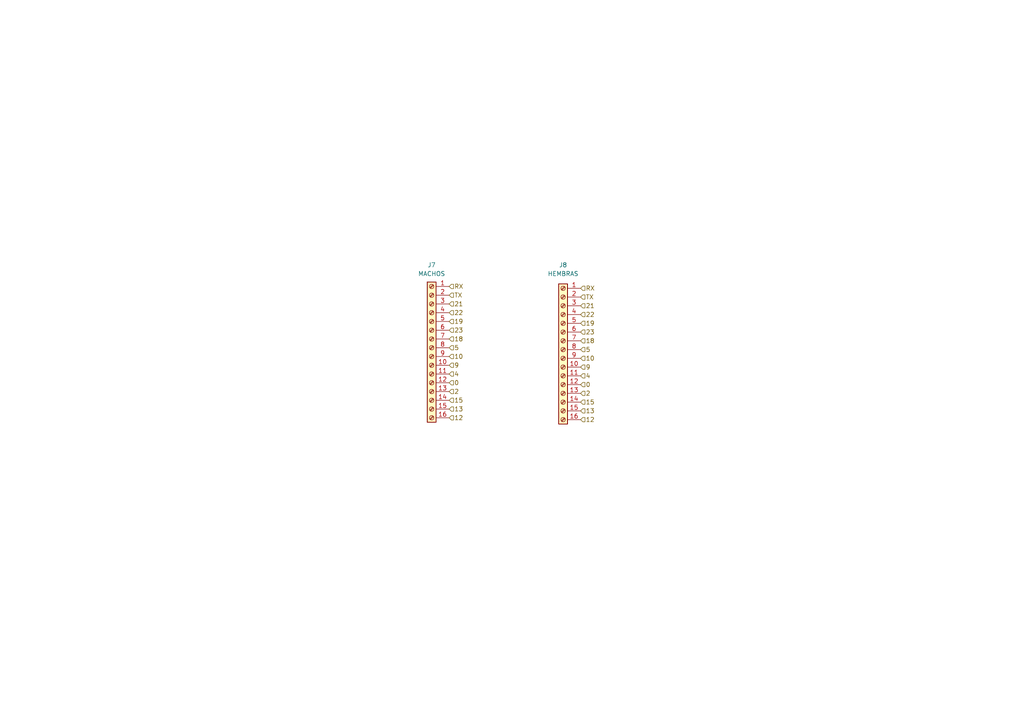
<source format=kicad_sch>
(kicad_sch (version 20230121) (generator eeschema)
  (paper "A4")
  (lib_symbols
    (symbol "Connector:Screw_Terminal_01x16" (pin_names (offset 1.016) hide)
      (property "Reference" "J" (at 0 20.32 0))
      (property "Value" "Screw_Terminal_01x16" (at 0 -22.86 0))
      (symbol "Screw_Terminal_01x16_1_1"
        (rectangle (start -1.27 19.05) (end 1.27 -21.59) (stroke (width 0.254)) (fill (type background)))
        (circle (center 0 -20.32) (radius 0.635) (stroke (width 0.1524)))
        (circle (center 0 -17.78) (radius 0.635) (stroke (width 0.1524)))
        (circle (center 0 -15.24) (radius 0.635) (stroke (width 0.1524)))
        (circle (center 0 -12.7) (radius 0.635) (stroke (width 0.1524)))
        (circle (center 0 -10.16) (radius 0.635) (stroke (width 0.1524)))
        (circle (center 0 -7.62) (radius 0.635) (stroke (width 0.1524)))
        (circle (center 0 -5.08) (radius 0.635) (stroke (width 0.1524)))
        (circle (center 0 -2.54) (radius 0.635) (stroke (width 0.1524)))
        (polyline (pts (xy -0.5334 -19.9898) (xy 0.3302 -20.828)) (stroke (width 0.1524)))
        (polyline (pts (xy -0.5334 -17.4498) (xy 0.3302 -18.288)) (stroke (width 0.1524)))
        (polyline (pts (xy -0.5334 -14.9098) (xy 0.3302 -15.748)) (stroke (width 0.1524)))
        (polyline (pts (xy -0.5334 -12.3698) (xy 0.3302 -13.208)) (stroke (width 0.1524)))
        (polyline (pts (xy -0.5334 -9.8298) (xy 0.3302 -10.668)) (stroke (width 0.1524)))
        (polyline (pts (xy -0.5334 -7.2898) (xy 0.3302 -8.128)) (stroke (width 0.1524)))
        (polyline (pts (xy -0.5334 -4.7498) (xy 0.3302 -5.588)) (stroke (width 0.1524)))
        (polyline (pts (xy -0.5334 -2.2098) (xy 0.3302 -3.048)) (stroke (width 0.1524)))
        (polyline (pts (xy -0.5334 0.3302) (xy 0.3302 -0.508)) (stroke (width 0.1524)))
        (polyline (pts (xy -0.5334 2.8702) (xy 0.3302 2.032)) (stroke (width 0.1524)))
        (polyline (pts (xy -0.5334 5.4102) (xy 0.3302 4.572)) (stroke (width 0.1524)))
        (polyline (pts (xy -0.5334 7.9502) (xy 0.3302 7.112)) (stroke (width 0.1524)))
        (polyline (pts (xy -0.5334 10.4902) (xy 0.3302 9.652)) (stroke (width 0.1524)))
        (polyline (pts (xy -0.5334 13.0302) (xy 0.3302 12.192)) (stroke (width 0.1524)))
        (polyline (pts (xy -0.5334 15.5702) (xy 0.3302 14.732)) (stroke (width 0.1524)))
        (polyline (pts (xy -0.5334 18.1102) (xy 0.3302 17.272)) (stroke (width 0.1524)))
        (polyline (pts (xy -0.3556 -19.812) (xy 0.508 -20.6502)) (stroke (width 0.1524)))
        (polyline (pts (xy -0.3556 -17.272) (xy 0.508 -18.1102)) (stroke (width 0.1524)))
        (polyline (pts (xy -0.3556 -14.732) (xy 0.508 -15.5702)) (stroke (width 0.1524)))
        (polyline (pts (xy -0.3556 -12.192) (xy 0.508 -13.0302)) (stroke (width 0.1524)))
        (polyline (pts (xy -0.3556 -9.652) (xy 0.508 -10.4902)) (stroke (width 0.1524)))
        (polyline (pts (xy -0.3556 -7.112) (xy 0.508 -7.9502)) (stroke (width 0.1524)))
        (polyline (pts (xy -0.3556 -4.572) (xy 0.508 -5.4102)) (stroke (width 0.1524)))
        (polyline (pts (xy -0.3556 -2.032) (xy 0.508 -2.8702)) (stroke (width 0.1524)))
        (polyline (pts (xy -0.3556 0.508) (xy 0.508 -0.3302)) (stroke (width 0.1524)))
        (polyline (pts (xy -0.3556 3.048) (xy 0.508 2.2098)) (stroke (width 0.1524)))
        (polyline (pts (xy -0.3556 5.588) (xy 0.508 4.7498)) (stroke (width 0.1524)))
        (polyline (pts (xy -0.3556 8.128) (xy 0.508 7.2898)) (stroke (width 0.1524)))
        (polyline (pts (xy -0.3556 10.668) (xy 0.508 9.8298)) (stroke (width 0.1524)))
        (polyline (pts (xy -0.3556 13.208) (xy 0.508 12.3698)) (stroke (width 0.1524)))
        (polyline (pts (xy -0.3556 15.748) (xy 0.508 14.9098)) (stroke (width 0.1524)))
        (polyline (pts (xy -0.3556 18.288) (xy 0.508 17.4498)) (stroke (width 0.1524)))
        (circle (center 0 0) (radius 0.635) (stroke (width 0.1524)))
        (circle (center 0 2.54) (radius 0.635) (stroke (width 0.1524)))
        (circle (center 0 5.08) (radius 0.635) (stroke (width 0.1524)))
        (circle (center 0 7.62) (radius 0.635) (stroke (width 0.1524)))
        (circle (center 0 10.16) (radius 0.635) (stroke (width 0.1524)))
        (circle (center 0 12.7) (radius 0.635) (stroke (width 0.1524)))
        (circle (center 0 15.24) (radius 0.635) (stroke (width 0.1524)))
        (circle (center 0 17.78) (radius 0.635) (stroke (width 0.1524)))
        (pin passive line (at -5.08 17.78 0) (length 3.81) (name "Pin_1") (number "1"))
        (pin passive line (at -5.08 -5.08 0) (length 3.81) (name "Pin_10") (number "10"))
        (pin passive line (at -5.08 -7.62 0) (length 3.81) (name "Pin_11") (number "11"))
        (pin passive line (at -5.08 -10.16 0) (length 3.81) (name "Pin_12") (number "12"))
        (pin passive line (at -5.08 -12.7 0) (length 3.81) (name "Pin_13") (number "13"))
        (pin passive line (at -5.08 -15.24 0) (length 3.81) (name "Pin_14") (number "14"))
        (pin passive line (at -5.08 -17.78 0) (length 3.81) (name "Pin_15") (number "15"))
        (pin passive line (at -5.08 -20.32 0) (length 3.81) (name "Pin_16") (number "16"))
        (pin passive line (at -5.08 15.24 0) (length 3.81) (name "Pin_2") (number "2"))
        (pin passive line (at -5.08 12.7 0) (length 3.81) (name "Pin_3") (number "3"))
        (pin passive line (at -5.08 10.16 0) (length 3.81) (name "Pin_4") (number "4"))
        (pin passive line (at -5.08 7.62 0) (length 3.81) (name "Pin_5") (number "5"))
        (pin passive line (at -5.08 5.08 0) (length 3.81) (name "Pin_6") (number "6"))
        (pin passive line (at -5.08 2.54 0) (length 3.81) (name "Pin_7") (number "7"))
        (pin passive line (at -5.08 0 0) (length 3.81) (name "Pin_8") (number "8"))
        (pin passive line (at -5.08 -2.54 0) (length 3.81) (name "Pin_9") (number "9"))
      )
    )
  )
  (hierarchical_label "0" (shape input) (at 168.402 111.5568 0))
  (hierarchical_label "22" (shape input) (at 168.402 91.2368 0))
  (hierarchical_label "TX" (shape input) (at 130.2766 85.6234 0))
  (hierarchical_label "13" (shape input) (at 168.402 119.1768 0))
  (hierarchical_label "18" (shape input) (at 168.402 98.8568 0))
  (hierarchical_label "10" (shape input) (at 130.2766 103.4034 0))
  (hierarchical_label "19" (shape input) (at 168.402 93.7768 0))
  (hierarchical_label "15" (shape input) (at 168.402 116.6368 0))
  (hierarchical_label "22" (shape input) (at 130.2766 90.7034 0))
  (hierarchical_label "2" (shape input) (at 130.2766 113.5634 0))
  (hierarchical_label "RX" (shape input) (at 130.2766 83.0834 0))
  (hierarchical_label "15" (shape input) (at 130.2766 116.1034 0))
  (hierarchical_label "5" (shape input) (at 168.402 101.3968 0))
  (hierarchical_label "2" (shape input) (at 168.402 114.0968 0))
  (hierarchical_label "21" (shape input) (at 168.402 88.6968 0))
  (hierarchical_label "12" (shape input) (at 168.402 121.7168 0))
  (hierarchical_label "23" (shape input) (at 130.2766 95.7834 0))
  (hierarchical_label "21" (shape input) (at 130.2766 88.1634 0))
  (hierarchical_label "18" (shape input) (at 130.2766 98.3234 0))
  (hierarchical_label "9" (shape input) (at 168.402 106.4768 0))
  (hierarchical_label "TX" (shape input) (at 168.402 86.1568 0))
  (hierarchical_label "10" (shape input) (at 168.402 103.9368 0))
  (hierarchical_label "19" (shape input) (at 130.2766 93.2434 0))
  (hierarchical_label "23" (shape input) (at 168.402 96.3168 0))
  (hierarchical_label "12" (shape input) (at 130.2766 121.1834 0))
  (hierarchical_label "4" (shape input) (at 168.402 109.0168 0))
  (hierarchical_label "9" (shape input) (at 130.2766 105.9434 0))
  (hierarchical_label "4" (shape input) (at 130.2766 108.4834 0))
  (hierarchical_label "RX" (shape input) (at 168.402 83.6168 0))
  (hierarchical_label "13" (shape input) (at 130.2766 118.6434 0))
  (hierarchical_label "0" (shape input) (at 130.2766 111.0234 0))
  (hierarchical_label "5" (shape input) (at 130.2766 100.8634 0))
  (symbol (lib_id "Connector:Screw_Terminal_01x16") (at 163.322 101.3968 0) (mirror y) (unit 1)
    (property "Reference" "J8" (at 163.322 76.8604 0))
    (property "Value" "HEMBRAS" (at 163.322 79.4004 0))
    (property "Footprint" "Connector_PinSocket_2.54mm:PinSocket_1x16_P2.54mm_Vertical" (effects hide))
  )
  (symbol (lib_id "Connector:Screw_Terminal_01x16") (at 125.1966 100.8634 0) (mirror y) (unit 1)
    (property "Reference" "J7" (at 125.1966 76.8604 0))
    (property "Value" "MACHOS" (at 125.1966 79.4004 0))
    (property "Footprint" "Connector_PinHeader_2.54mm:PinHeader_1x16_P2.54mm_Vertical" (effects hide))
  )
)
</source>
